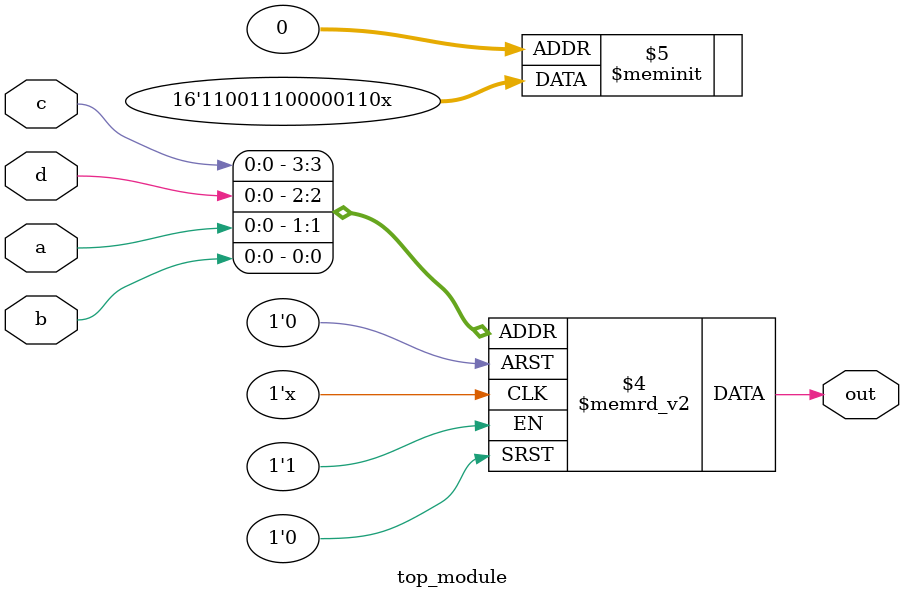
<source format=sv>
module top_module (
    input a, 
    input b,
    input c,
    input d,
    output reg out
);

always @(*) begin
    case ({c, d, a, b})
        4'b00_01: out = 1'b0;
        4'b00_10: out = 1'b1;
        4'b00_11: out = 1'b1;
        4'b01_00: out = 1'b0;
        4'b01_01: out = 1'b0;
        4'b01_10: out = 1'b0;
        4'b01_11: out = 1'b0;
        4'b10_00: out = 1'b0;
        4'b10_01: out = 1'b1;
        4'b10_10: out = 1'b1;
        4'b10_11: out = 1'b1;
        4'b11_00: out = 1'b0;
        4'b11_01: out = 1'b0;
        4'b11_10: out = 1'b1;
        4'b11_11: out = 1'b1;
        default: out = 1'bx; // Use don't-care case for undefined states
    endcase
end

endmodule

</source>
